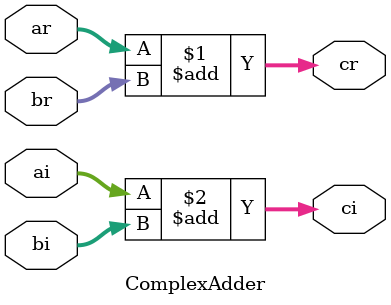
<source format=v>
`timescale 1ns / 1ps


module ComplexAdder
#(parameter WL=14, WL_out=15)
(   input signed [WL-1:0] ar, ai, br, bi,
    output signed [WL_out-1:0] cr, ci
    );


//Real part
assign cr = ar+br;

//Imaginary part
assign ci = ai+bi;


endmodule


</source>
